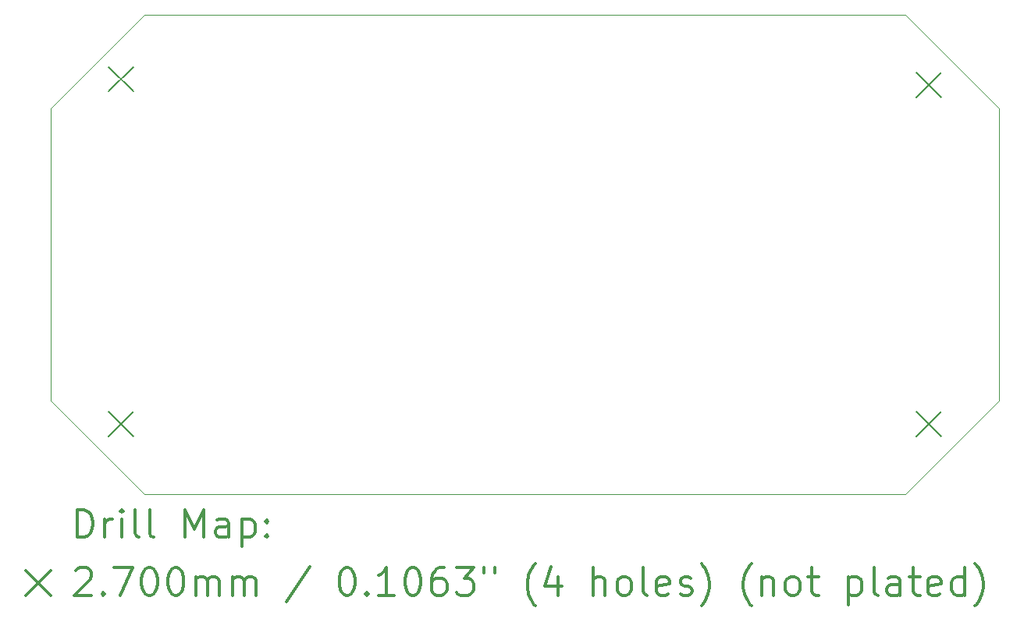
<source format=gbr>
%FSLAX45Y45*%
G04 Gerber Fmt 4.5, Leading zero omitted, Abs format (unit mm)*
G04 Created by KiCad (PCBNEW (5.1.12)-1) date 2022-10-20 21:18:30*
%MOMM*%
%LPD*%
G01*
G04 APERTURE LIST*
%TA.AperFunction,Profile*%
%ADD10C,0.050000*%
%TD*%
%ADD11C,0.200000*%
%ADD12C,0.300000*%
G04 APERTURE END LIST*
D10*
X20066000Y-11684000D02*
X20066000Y-8509000D01*
X9779000Y-8509000D02*
X9779000Y-11684000D01*
X19050000Y-7493000D02*
X10795000Y-7493000D01*
X10795000Y-12700000D02*
X19050000Y-12700000D01*
X20066000Y-8509000D02*
X19050000Y-7493000D01*
X20066000Y-11684000D02*
X19050000Y-12700000D01*
X10795000Y-7493000D02*
X9779000Y-8509000D01*
X10795000Y-12700000D02*
X9779000Y-11684000D01*
D11*
X10406000Y-8056500D02*
X10676000Y-8326500D01*
X10676000Y-8056500D02*
X10406000Y-8326500D01*
X10406000Y-11803000D02*
X10676000Y-12073000D01*
X10676000Y-11803000D02*
X10406000Y-12073000D01*
X19169000Y-8120000D02*
X19439000Y-8390000D01*
X19439000Y-8120000D02*
X19169000Y-8390000D01*
X19169000Y-11803000D02*
X19439000Y-12073000D01*
X19439000Y-11803000D02*
X19169000Y-12073000D01*
D12*
X10062928Y-13168214D02*
X10062928Y-12868214D01*
X10134357Y-12868214D01*
X10177214Y-12882500D01*
X10205786Y-12911071D01*
X10220071Y-12939643D01*
X10234357Y-12996786D01*
X10234357Y-13039643D01*
X10220071Y-13096786D01*
X10205786Y-13125357D01*
X10177214Y-13153929D01*
X10134357Y-13168214D01*
X10062928Y-13168214D01*
X10362928Y-13168214D02*
X10362928Y-12968214D01*
X10362928Y-13025357D02*
X10377214Y-12996786D01*
X10391500Y-12982500D01*
X10420071Y-12968214D01*
X10448643Y-12968214D01*
X10548643Y-13168214D02*
X10548643Y-12968214D01*
X10548643Y-12868214D02*
X10534357Y-12882500D01*
X10548643Y-12896786D01*
X10562928Y-12882500D01*
X10548643Y-12868214D01*
X10548643Y-12896786D01*
X10734357Y-13168214D02*
X10705786Y-13153929D01*
X10691500Y-13125357D01*
X10691500Y-12868214D01*
X10891500Y-13168214D02*
X10862928Y-13153929D01*
X10848643Y-13125357D01*
X10848643Y-12868214D01*
X11234357Y-13168214D02*
X11234357Y-12868214D01*
X11334357Y-13082500D01*
X11434357Y-12868214D01*
X11434357Y-13168214D01*
X11705786Y-13168214D02*
X11705786Y-13011071D01*
X11691500Y-12982500D01*
X11662928Y-12968214D01*
X11605786Y-12968214D01*
X11577214Y-12982500D01*
X11705786Y-13153929D02*
X11677214Y-13168214D01*
X11605786Y-13168214D01*
X11577214Y-13153929D01*
X11562928Y-13125357D01*
X11562928Y-13096786D01*
X11577214Y-13068214D01*
X11605786Y-13053929D01*
X11677214Y-13053929D01*
X11705786Y-13039643D01*
X11848643Y-12968214D02*
X11848643Y-13268214D01*
X11848643Y-12982500D02*
X11877214Y-12968214D01*
X11934357Y-12968214D01*
X11962928Y-12982500D01*
X11977214Y-12996786D01*
X11991500Y-13025357D01*
X11991500Y-13111071D01*
X11977214Y-13139643D01*
X11962928Y-13153929D01*
X11934357Y-13168214D01*
X11877214Y-13168214D01*
X11848643Y-13153929D01*
X12120071Y-13139643D02*
X12134357Y-13153929D01*
X12120071Y-13168214D01*
X12105786Y-13153929D01*
X12120071Y-13139643D01*
X12120071Y-13168214D01*
X12120071Y-12982500D02*
X12134357Y-12996786D01*
X12120071Y-13011071D01*
X12105786Y-12996786D01*
X12120071Y-12982500D01*
X12120071Y-13011071D01*
X9506500Y-13527500D02*
X9776500Y-13797500D01*
X9776500Y-13527500D02*
X9506500Y-13797500D01*
X10048643Y-13526786D02*
X10062928Y-13512500D01*
X10091500Y-13498214D01*
X10162928Y-13498214D01*
X10191500Y-13512500D01*
X10205786Y-13526786D01*
X10220071Y-13555357D01*
X10220071Y-13583929D01*
X10205786Y-13626786D01*
X10034357Y-13798214D01*
X10220071Y-13798214D01*
X10348643Y-13769643D02*
X10362928Y-13783929D01*
X10348643Y-13798214D01*
X10334357Y-13783929D01*
X10348643Y-13769643D01*
X10348643Y-13798214D01*
X10462928Y-13498214D02*
X10662928Y-13498214D01*
X10534357Y-13798214D01*
X10834357Y-13498214D02*
X10862928Y-13498214D01*
X10891500Y-13512500D01*
X10905786Y-13526786D01*
X10920071Y-13555357D01*
X10934357Y-13612500D01*
X10934357Y-13683929D01*
X10920071Y-13741071D01*
X10905786Y-13769643D01*
X10891500Y-13783929D01*
X10862928Y-13798214D01*
X10834357Y-13798214D01*
X10805786Y-13783929D01*
X10791500Y-13769643D01*
X10777214Y-13741071D01*
X10762928Y-13683929D01*
X10762928Y-13612500D01*
X10777214Y-13555357D01*
X10791500Y-13526786D01*
X10805786Y-13512500D01*
X10834357Y-13498214D01*
X11120071Y-13498214D02*
X11148643Y-13498214D01*
X11177214Y-13512500D01*
X11191500Y-13526786D01*
X11205786Y-13555357D01*
X11220071Y-13612500D01*
X11220071Y-13683929D01*
X11205786Y-13741071D01*
X11191500Y-13769643D01*
X11177214Y-13783929D01*
X11148643Y-13798214D01*
X11120071Y-13798214D01*
X11091500Y-13783929D01*
X11077214Y-13769643D01*
X11062928Y-13741071D01*
X11048643Y-13683929D01*
X11048643Y-13612500D01*
X11062928Y-13555357D01*
X11077214Y-13526786D01*
X11091500Y-13512500D01*
X11120071Y-13498214D01*
X11348643Y-13798214D02*
X11348643Y-13598214D01*
X11348643Y-13626786D02*
X11362928Y-13612500D01*
X11391500Y-13598214D01*
X11434357Y-13598214D01*
X11462928Y-13612500D01*
X11477214Y-13641071D01*
X11477214Y-13798214D01*
X11477214Y-13641071D02*
X11491500Y-13612500D01*
X11520071Y-13598214D01*
X11562928Y-13598214D01*
X11591500Y-13612500D01*
X11605786Y-13641071D01*
X11605786Y-13798214D01*
X11748643Y-13798214D02*
X11748643Y-13598214D01*
X11748643Y-13626786D02*
X11762928Y-13612500D01*
X11791500Y-13598214D01*
X11834357Y-13598214D01*
X11862928Y-13612500D01*
X11877214Y-13641071D01*
X11877214Y-13798214D01*
X11877214Y-13641071D02*
X11891500Y-13612500D01*
X11920071Y-13598214D01*
X11962928Y-13598214D01*
X11991500Y-13612500D01*
X12005786Y-13641071D01*
X12005786Y-13798214D01*
X12591500Y-13483929D02*
X12334357Y-13869643D01*
X12977214Y-13498214D02*
X13005786Y-13498214D01*
X13034357Y-13512500D01*
X13048643Y-13526786D01*
X13062928Y-13555357D01*
X13077214Y-13612500D01*
X13077214Y-13683929D01*
X13062928Y-13741071D01*
X13048643Y-13769643D01*
X13034357Y-13783929D01*
X13005786Y-13798214D01*
X12977214Y-13798214D01*
X12948643Y-13783929D01*
X12934357Y-13769643D01*
X12920071Y-13741071D01*
X12905786Y-13683929D01*
X12905786Y-13612500D01*
X12920071Y-13555357D01*
X12934357Y-13526786D01*
X12948643Y-13512500D01*
X12977214Y-13498214D01*
X13205786Y-13769643D02*
X13220071Y-13783929D01*
X13205786Y-13798214D01*
X13191500Y-13783929D01*
X13205786Y-13769643D01*
X13205786Y-13798214D01*
X13505786Y-13798214D02*
X13334357Y-13798214D01*
X13420071Y-13798214D02*
X13420071Y-13498214D01*
X13391500Y-13541071D01*
X13362928Y-13569643D01*
X13334357Y-13583929D01*
X13691500Y-13498214D02*
X13720071Y-13498214D01*
X13748643Y-13512500D01*
X13762928Y-13526786D01*
X13777214Y-13555357D01*
X13791500Y-13612500D01*
X13791500Y-13683929D01*
X13777214Y-13741071D01*
X13762928Y-13769643D01*
X13748643Y-13783929D01*
X13720071Y-13798214D01*
X13691500Y-13798214D01*
X13662928Y-13783929D01*
X13648643Y-13769643D01*
X13634357Y-13741071D01*
X13620071Y-13683929D01*
X13620071Y-13612500D01*
X13634357Y-13555357D01*
X13648643Y-13526786D01*
X13662928Y-13512500D01*
X13691500Y-13498214D01*
X14048643Y-13498214D02*
X13991500Y-13498214D01*
X13962928Y-13512500D01*
X13948643Y-13526786D01*
X13920071Y-13569643D01*
X13905786Y-13626786D01*
X13905786Y-13741071D01*
X13920071Y-13769643D01*
X13934357Y-13783929D01*
X13962928Y-13798214D01*
X14020071Y-13798214D01*
X14048643Y-13783929D01*
X14062928Y-13769643D01*
X14077214Y-13741071D01*
X14077214Y-13669643D01*
X14062928Y-13641071D01*
X14048643Y-13626786D01*
X14020071Y-13612500D01*
X13962928Y-13612500D01*
X13934357Y-13626786D01*
X13920071Y-13641071D01*
X13905786Y-13669643D01*
X14177214Y-13498214D02*
X14362928Y-13498214D01*
X14262928Y-13612500D01*
X14305786Y-13612500D01*
X14334357Y-13626786D01*
X14348643Y-13641071D01*
X14362928Y-13669643D01*
X14362928Y-13741071D01*
X14348643Y-13769643D01*
X14334357Y-13783929D01*
X14305786Y-13798214D01*
X14220071Y-13798214D01*
X14191500Y-13783929D01*
X14177214Y-13769643D01*
X14477214Y-13498214D02*
X14477214Y-13555357D01*
X14591500Y-13498214D02*
X14591500Y-13555357D01*
X15034357Y-13912500D02*
X15020071Y-13898214D01*
X14991500Y-13855357D01*
X14977214Y-13826786D01*
X14962928Y-13783929D01*
X14948643Y-13712500D01*
X14948643Y-13655357D01*
X14962928Y-13583929D01*
X14977214Y-13541071D01*
X14991500Y-13512500D01*
X15020071Y-13469643D01*
X15034357Y-13455357D01*
X15277214Y-13598214D02*
X15277214Y-13798214D01*
X15205786Y-13483929D02*
X15134357Y-13698214D01*
X15320071Y-13698214D01*
X15662928Y-13798214D02*
X15662928Y-13498214D01*
X15791500Y-13798214D02*
X15791500Y-13641071D01*
X15777214Y-13612500D01*
X15748643Y-13598214D01*
X15705786Y-13598214D01*
X15677214Y-13612500D01*
X15662928Y-13626786D01*
X15977214Y-13798214D02*
X15948643Y-13783929D01*
X15934357Y-13769643D01*
X15920071Y-13741071D01*
X15920071Y-13655357D01*
X15934357Y-13626786D01*
X15948643Y-13612500D01*
X15977214Y-13598214D01*
X16020071Y-13598214D01*
X16048643Y-13612500D01*
X16062928Y-13626786D01*
X16077214Y-13655357D01*
X16077214Y-13741071D01*
X16062928Y-13769643D01*
X16048643Y-13783929D01*
X16020071Y-13798214D01*
X15977214Y-13798214D01*
X16248643Y-13798214D02*
X16220071Y-13783929D01*
X16205786Y-13755357D01*
X16205786Y-13498214D01*
X16477214Y-13783929D02*
X16448643Y-13798214D01*
X16391500Y-13798214D01*
X16362928Y-13783929D01*
X16348643Y-13755357D01*
X16348643Y-13641071D01*
X16362928Y-13612500D01*
X16391500Y-13598214D01*
X16448643Y-13598214D01*
X16477214Y-13612500D01*
X16491500Y-13641071D01*
X16491500Y-13669643D01*
X16348643Y-13698214D01*
X16605786Y-13783929D02*
X16634357Y-13798214D01*
X16691500Y-13798214D01*
X16720071Y-13783929D01*
X16734357Y-13755357D01*
X16734357Y-13741071D01*
X16720071Y-13712500D01*
X16691500Y-13698214D01*
X16648643Y-13698214D01*
X16620071Y-13683929D01*
X16605786Y-13655357D01*
X16605786Y-13641071D01*
X16620071Y-13612500D01*
X16648643Y-13598214D01*
X16691500Y-13598214D01*
X16720071Y-13612500D01*
X16834357Y-13912500D02*
X16848643Y-13898214D01*
X16877214Y-13855357D01*
X16891500Y-13826786D01*
X16905786Y-13783929D01*
X16920071Y-13712500D01*
X16920071Y-13655357D01*
X16905786Y-13583929D01*
X16891500Y-13541071D01*
X16877214Y-13512500D01*
X16848643Y-13469643D01*
X16834357Y-13455357D01*
X17377214Y-13912500D02*
X17362928Y-13898214D01*
X17334357Y-13855357D01*
X17320071Y-13826786D01*
X17305786Y-13783929D01*
X17291500Y-13712500D01*
X17291500Y-13655357D01*
X17305786Y-13583929D01*
X17320071Y-13541071D01*
X17334357Y-13512500D01*
X17362928Y-13469643D01*
X17377214Y-13455357D01*
X17491500Y-13598214D02*
X17491500Y-13798214D01*
X17491500Y-13626786D02*
X17505786Y-13612500D01*
X17534357Y-13598214D01*
X17577214Y-13598214D01*
X17605786Y-13612500D01*
X17620071Y-13641071D01*
X17620071Y-13798214D01*
X17805786Y-13798214D02*
X17777214Y-13783929D01*
X17762928Y-13769643D01*
X17748643Y-13741071D01*
X17748643Y-13655357D01*
X17762928Y-13626786D01*
X17777214Y-13612500D01*
X17805786Y-13598214D01*
X17848643Y-13598214D01*
X17877214Y-13612500D01*
X17891500Y-13626786D01*
X17905786Y-13655357D01*
X17905786Y-13741071D01*
X17891500Y-13769643D01*
X17877214Y-13783929D01*
X17848643Y-13798214D01*
X17805786Y-13798214D01*
X17991500Y-13598214D02*
X18105786Y-13598214D01*
X18034357Y-13498214D02*
X18034357Y-13755357D01*
X18048643Y-13783929D01*
X18077214Y-13798214D01*
X18105786Y-13798214D01*
X18434357Y-13598214D02*
X18434357Y-13898214D01*
X18434357Y-13612500D02*
X18462928Y-13598214D01*
X18520071Y-13598214D01*
X18548643Y-13612500D01*
X18562928Y-13626786D01*
X18577214Y-13655357D01*
X18577214Y-13741071D01*
X18562928Y-13769643D01*
X18548643Y-13783929D01*
X18520071Y-13798214D01*
X18462928Y-13798214D01*
X18434357Y-13783929D01*
X18748643Y-13798214D02*
X18720071Y-13783929D01*
X18705786Y-13755357D01*
X18705786Y-13498214D01*
X18991500Y-13798214D02*
X18991500Y-13641071D01*
X18977214Y-13612500D01*
X18948643Y-13598214D01*
X18891500Y-13598214D01*
X18862928Y-13612500D01*
X18991500Y-13783929D02*
X18962928Y-13798214D01*
X18891500Y-13798214D01*
X18862928Y-13783929D01*
X18848643Y-13755357D01*
X18848643Y-13726786D01*
X18862928Y-13698214D01*
X18891500Y-13683929D01*
X18962928Y-13683929D01*
X18991500Y-13669643D01*
X19091500Y-13598214D02*
X19205786Y-13598214D01*
X19134357Y-13498214D02*
X19134357Y-13755357D01*
X19148643Y-13783929D01*
X19177214Y-13798214D01*
X19205786Y-13798214D01*
X19420071Y-13783929D02*
X19391500Y-13798214D01*
X19334357Y-13798214D01*
X19305786Y-13783929D01*
X19291500Y-13755357D01*
X19291500Y-13641071D01*
X19305786Y-13612500D01*
X19334357Y-13598214D01*
X19391500Y-13598214D01*
X19420071Y-13612500D01*
X19434357Y-13641071D01*
X19434357Y-13669643D01*
X19291500Y-13698214D01*
X19691500Y-13798214D02*
X19691500Y-13498214D01*
X19691500Y-13783929D02*
X19662928Y-13798214D01*
X19605786Y-13798214D01*
X19577214Y-13783929D01*
X19562928Y-13769643D01*
X19548643Y-13741071D01*
X19548643Y-13655357D01*
X19562928Y-13626786D01*
X19577214Y-13612500D01*
X19605786Y-13598214D01*
X19662928Y-13598214D01*
X19691500Y-13612500D01*
X19805786Y-13912500D02*
X19820071Y-13898214D01*
X19848643Y-13855357D01*
X19862928Y-13826786D01*
X19877214Y-13783929D01*
X19891500Y-13712500D01*
X19891500Y-13655357D01*
X19877214Y-13583929D01*
X19862928Y-13541071D01*
X19848643Y-13512500D01*
X19820071Y-13469643D01*
X19805786Y-13455357D01*
M02*

</source>
